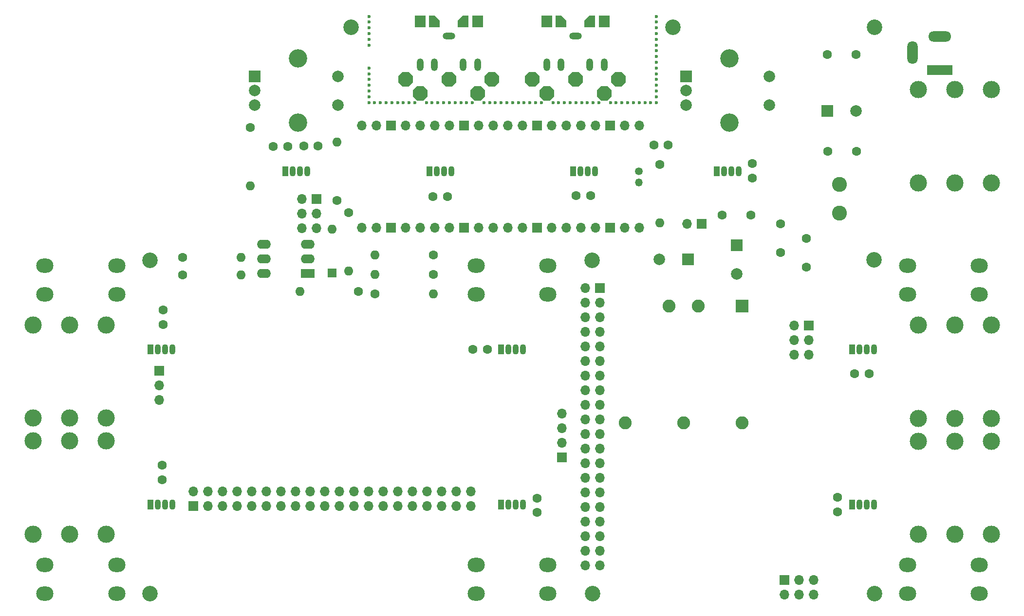
<source format=gbr>
%TF.GenerationSoftware,KiCad,Pcbnew,7.0.1.1-36-gbcf78dbe24-dirty-deb11*%
%TF.CreationDate,2023-04-04T15:18:31+00:00*%
%TF.ProjectId,pedalboard-hw,70656461-6c62-46f6-9172-642d68772e6b,1.0.2*%
%TF.SameCoordinates,Original*%
%TF.FileFunction,Soldermask,Bot*%
%TF.FilePolarity,Negative*%
%FSLAX46Y46*%
G04 Gerber Fmt 4.6, Leading zero omitted, Abs format (unit mm)*
G04 Created by KiCad (PCBNEW 7.0.1.1-36-gbcf78dbe24-dirty-deb11) date 2023-04-04 15:18:31*
%MOMM*%
%LPD*%
G01*
G04 APERTURE LIST*
G04 Aperture macros list*
%AMRoundRect*
0 Rectangle with rounded corners*
0 $1 Rounding radius*
0 $2 $3 $4 $5 $6 $7 $8 $9 X,Y pos of 4 corners*
0 Add a 4 corners polygon primitive as box body*
4,1,4,$2,$3,$4,$5,$6,$7,$8,$9,$2,$3,0*
0 Add four circle primitives for the rounded corners*
1,1,$1+$1,$2,$3*
1,1,$1+$1,$4,$5*
1,1,$1+$1,$6,$7*
1,1,$1+$1,$8,$9*
0 Add four rect primitives between the rounded corners*
20,1,$1+$1,$2,$3,$4,$5,0*
20,1,$1+$1,$4,$5,$6,$7,0*
20,1,$1+$1,$6,$7,$8,$9,0*
20,1,$1+$1,$8,$9,$2,$3,0*%
%AMFreePoly0*
4,1,17,0.553688,1.285921,1.285921,0.553688,1.300800,0.517767,1.300800,-0.517767,1.285921,-0.553688,0.553688,-1.285921,0.517767,-1.300800,-0.517767,-1.300800,-0.553688,-1.285921,-1.285921,-0.553688,-1.300800,-0.517767,-1.300800,0.517767,-1.285921,0.553688,-0.553688,1.285921,-0.517767,1.300800,0.517767,1.300800,0.553688,1.285921,0.553688,1.285921,$1*%
%AMFreePoly1*
4,1,14,0.935921,1.035921,0.950800,1.000000,0.950800,-0.100000,0.935921,-0.135921,0.035921,-1.035921,0.000000,-1.050800,-0.900000,-1.050800,-0.935921,-1.035921,-0.950800,-1.000000,-0.950800,1.000000,-0.935921,1.035921,-0.900000,1.050800,0.900000,1.050800,0.935921,1.035921,0.935921,1.035921,$1*%
%AMFreePoly2*
4,1,14,0.935921,1.035921,0.950800,1.000000,0.950800,-1.000000,0.935921,-1.035921,0.900000,-1.050800,0.000000,-1.050800,-0.035921,-1.035921,-0.935921,-0.135921,-0.950800,-0.100000,-0.950800,1.000000,-0.935921,1.035921,-0.900000,1.050800,0.900000,1.050800,0.935921,1.035921,0.935921,1.035921,$1*%
G04 Aperture macros list end*
%ADD10C,2.700000*%
%ADD11C,1.600000*%
%ADD12O,1.200000X2.200000*%
%ADD13O,2.200000X1.200000*%
%ADD14C,3.000000*%
%ADD15R,4.400000X1.800000*%
%ADD16O,4.000000X1.800000*%
%ADD17O,1.800000X4.000000*%
%ADD18O,1.600000X1.600000*%
%ADD19R,1.070000X1.800000*%
%ADD20O,1.070000X1.800000*%
%ADD21R,2.250000X2.250000*%
%ADD22C,2.250000*%
%ADD23R,1.700000X1.700000*%
%ADD24O,1.700000X1.700000*%
%ADD25C,0.600000*%
%ADD26O,3.000000X2.500000*%
%ADD27R,2.400000X1.600000*%
%ADD28O,2.400000X1.600000*%
%ADD29C,2.600000*%
%ADD30FreePoly0,180.000000*%
%ADD31FreePoly0,270.000000*%
%ADD32FreePoly1,180.000000*%
%ADD33RoundRect,0.050800X0.900000X1.000000X-0.900000X1.000000X-0.900000X-1.000000X0.900000X-1.000000X0*%
%ADD34FreePoly2,180.000000*%
%ADD35R,2.000000X2.000000*%
%ADD36C,2.000000*%
%ADD37C,3.200000*%
%ADD38R,1.600000X1.600000*%
%ADD39C,1.350000*%
%ADD40O,1.350000X1.350000*%
G04 APERTURE END LIST*
D10*
%TO.C,H1*%
X168020000Y-121500000D03*
%TD*%
D11*
%TO.C,C5*%
X146800000Y-46700000D03*
X146800000Y-49200000D03*
%TD*%
D12*
%TO.C,J16*%
X121000000Y-29500000D03*
X118500000Y-29500000D03*
D13*
X116000000Y-24500000D03*
D12*
X111000000Y-29500000D03*
X113500000Y-29500000D03*
%TD*%
D10*
%TO.C,H7*%
X133000000Y-23000000D03*
%TD*%
D14*
%TO.C,J12*%
X28050000Y-111200000D03*
X28050000Y-94970000D03*
X21700000Y-111200000D03*
X21700000Y-94970000D03*
X34400000Y-111200000D03*
X34400000Y-94970000D03*
%TD*%
D11*
%TO.C,C16*%
X159900000Y-44600000D03*
X164900000Y-44600000D03*
%TD*%
D15*
%TO.C,J13*%
X179400000Y-30400000D03*
D16*
X179400000Y-24600000D03*
D17*
X174600000Y-27400000D03*
%TD*%
D11*
%TO.C,L5*%
X130700000Y-46820000D03*
D18*
X130700000Y-56980000D03*
%TD*%
D19*
%TO.C,D3*%
X115600000Y-48000000D03*
D20*
X116870000Y-48000000D03*
X118140000Y-48000000D03*
X119410000Y-48000000D03*
%TD*%
D14*
%TO.C,J11*%
X28085000Y-91000000D03*
X28085000Y-74770000D03*
X21735000Y-91000000D03*
X21735000Y-74770000D03*
X34435000Y-91000000D03*
X34435000Y-74770000D03*
%TD*%
D21*
%TO.C,PS1*%
X144960000Y-71520000D03*
D22*
X137340000Y-71520000D03*
X132260000Y-71520000D03*
X124640000Y-91840000D03*
X134800000Y-91840000D03*
X144960000Y-91840000D03*
%TD*%
D14*
%TO.C,J10*%
X181950000Y-94995000D03*
X181950000Y-111225000D03*
X188300000Y-94995000D03*
X188300000Y-111225000D03*
X175600000Y-94995000D03*
X175600000Y-111225000D03*
%TD*%
D10*
%TO.C,H5*%
X42000000Y-63500000D03*
%TD*%
D19*
%TO.C,D4*%
X140600000Y-48000000D03*
D20*
X141870000Y-48000000D03*
X143140000Y-48000000D03*
X144410000Y-48000000D03*
%TD*%
D11*
%TO.C,C10*%
X109310000Y-104930000D03*
X109310000Y-107430000D03*
%TD*%
D19*
%TO.C,D7*%
X103100000Y-106000000D03*
D20*
X104370000Y-106000000D03*
X105640000Y-106000000D03*
X106910000Y-106000000D03*
%TD*%
D10*
%TO.C,H3*%
X118980000Y-121520000D03*
%TD*%
D23*
%TO.C,J7*%
X49590000Y-106320000D03*
D24*
X49590000Y-103780000D03*
X52130000Y-106320000D03*
X52130000Y-103780000D03*
X54670000Y-106320000D03*
X54670000Y-103780000D03*
X57210000Y-106320000D03*
X57210000Y-103780000D03*
X59750000Y-106320000D03*
X59750000Y-103780000D03*
X62290000Y-106320000D03*
X62290000Y-103780000D03*
X64830000Y-106320000D03*
X64830000Y-103780000D03*
X67370000Y-106320000D03*
X67370000Y-103780000D03*
X69910000Y-106320000D03*
X69910000Y-103780000D03*
X72450000Y-106320000D03*
X72450000Y-103780000D03*
X74990000Y-106320000D03*
X74990000Y-103780000D03*
X77530000Y-106320000D03*
X77530000Y-103780000D03*
X80070000Y-106320000D03*
X80070000Y-103780000D03*
X82610000Y-106320000D03*
X82610000Y-103780000D03*
X85150000Y-106320000D03*
X85150000Y-103780000D03*
X87690000Y-106320000D03*
X87690000Y-103780000D03*
X90230000Y-106320000D03*
X90230000Y-103780000D03*
X92770000Y-106320000D03*
X92770000Y-103780000D03*
X95310000Y-106320000D03*
X95310000Y-103780000D03*
X97850000Y-106320000D03*
X97850000Y-103780000D03*
%TD*%
D11*
%TO.C,C11*%
X161620000Y-107300000D03*
X161620000Y-104800000D03*
%TD*%
D25*
%TO.C,H10*%
X80100000Y-21075000D03*
X80100000Y-22075000D03*
X80100000Y-23075000D03*
X80100000Y-24075000D03*
X80100000Y-25075000D03*
X80100000Y-26075000D03*
X80100000Y-30075000D03*
X80100000Y-31075000D03*
X80100000Y-32075000D03*
X80100000Y-33075000D03*
X80100000Y-34075000D03*
X80100000Y-35075000D03*
X80100000Y-36075000D03*
X81100000Y-36075000D03*
X82100000Y-36075000D03*
X83100000Y-36075000D03*
X84100000Y-36075000D03*
X85100000Y-36075000D03*
X86100000Y-36075000D03*
X87100000Y-36075000D03*
X88100000Y-36075000D03*
X90100000Y-36075000D03*
X91100000Y-36075000D03*
X92100000Y-36075000D03*
X93100000Y-36075000D03*
X94100000Y-36075000D03*
X95100000Y-36075000D03*
X96100000Y-36075000D03*
X97100000Y-36075000D03*
X98100000Y-36075000D03*
X100100000Y-36075000D03*
X101100000Y-36075000D03*
X102100000Y-36075000D03*
X103100000Y-36075000D03*
X104100000Y-36075000D03*
X105100000Y-36075000D03*
X106100000Y-36075000D03*
X107100000Y-36075000D03*
X108100000Y-36075000D03*
X109100000Y-36075000D03*
X110100000Y-36075000D03*
X112100000Y-36075000D03*
X113100000Y-36075000D03*
X114100000Y-36075000D03*
X115100000Y-36075000D03*
X116100000Y-36075000D03*
X117100000Y-36075000D03*
X118100000Y-36075000D03*
X119100000Y-36075000D03*
X120100000Y-36075000D03*
X122100000Y-36075000D03*
X123100000Y-36075000D03*
X124100000Y-36075000D03*
X125100000Y-36075000D03*
X126100000Y-36075000D03*
X127100000Y-36075000D03*
X128100000Y-36075000D03*
X129100000Y-36075000D03*
X130100000Y-21075000D03*
X130100000Y-22075000D03*
X130100000Y-23075000D03*
X130100000Y-24075000D03*
X130100000Y-25075000D03*
X130100000Y-26075000D03*
X130100000Y-27075000D03*
X130100000Y-28075000D03*
X130100000Y-29075000D03*
X130100000Y-30075000D03*
X130100000Y-31075000D03*
X130100000Y-32075000D03*
X130100000Y-33075000D03*
X130100000Y-34075000D03*
X130100000Y-35075000D03*
X130100000Y-36075000D03*
%TD*%
D11*
%TO.C,C9*%
X44155000Y-101700000D03*
X44155000Y-99200000D03*
%TD*%
D26*
%TO.C,SW2*%
X98750000Y-64500000D03*
X111250000Y-64500000D03*
X98750000Y-69500000D03*
X111250000Y-69500000D03*
%TD*%
D19*
%TO.C,D9*%
X42100000Y-79000000D03*
D20*
X43370000Y-79000000D03*
X44640000Y-79000000D03*
X45910000Y-79000000D03*
%TD*%
D11*
%TO.C,R5*%
X74575000Y-53105000D03*
D18*
X74575000Y-42945000D03*
%TD*%
D27*
%TO.C,U2*%
X69475000Y-65800000D03*
D28*
X69475000Y-63260000D03*
X69475000Y-60720000D03*
X61855000Y-60720000D03*
X61855000Y-63260000D03*
X61855000Y-65800000D03*
%TD*%
D10*
%TO.C,H6*%
X77000000Y-23000000D03*
%TD*%
D29*
%TO.C,L6*%
X161900000Y-50300000D03*
X161900000Y-55300000D03*
%TD*%
D14*
%TO.C,J3*%
X181965000Y-33800000D03*
X181965000Y-50030000D03*
X188315000Y-33800000D03*
X188315000Y-50030000D03*
X175615000Y-33800000D03*
X175615000Y-50030000D03*
%TD*%
D11*
%TO.C,C1*%
X63475000Y-43700000D03*
X65975000Y-43700000D03*
%TD*%
D30*
%TO.C,J1*%
X108500000Y-32000000D03*
D31*
X116000000Y-32000000D03*
D30*
X123500000Y-32000000D03*
X111000000Y-34500000D03*
X121000000Y-34500000D03*
D32*
X118500000Y-22000000D03*
D33*
X121000000Y-22000000D03*
X111000000Y-22000000D03*
D34*
X113500000Y-22000000D03*
%TD*%
D19*
%TO.C,D2*%
X90600000Y-48000000D03*
D20*
X91870000Y-48000000D03*
X93140000Y-48000000D03*
X94410000Y-48000000D03*
%TD*%
D35*
%TO.C,SW7*%
X60250000Y-31500000D03*
D36*
X60250000Y-36500000D03*
X60250000Y-34000000D03*
D37*
X67750000Y-28400000D03*
X67750000Y-39600000D03*
D36*
X74750000Y-36500000D03*
X74750000Y-31500000D03*
%TD*%
D11*
%TO.C,C2*%
X68750000Y-43675000D03*
X71250000Y-43675000D03*
%TD*%
%TO.C,C8*%
X164570000Y-83300000D03*
X167070000Y-83300000D03*
%TD*%
D35*
%TO.C,C14*%
X144100000Y-60932323D03*
D36*
X144100000Y-65932323D03*
%TD*%
D11*
%TO.C,R1*%
X78280000Y-68980000D03*
D18*
X68120000Y-68980000D03*
%TD*%
D10*
%TO.C,H2*%
X167900000Y-63450000D03*
%TD*%
D35*
%TO.C,C15*%
X135600000Y-63400000D03*
D36*
X130600000Y-63400000D03*
%TD*%
D19*
%TO.C,D1*%
X65600000Y-48000000D03*
D20*
X66870000Y-48000000D03*
X68140000Y-48000000D03*
X69410000Y-48000000D03*
%TD*%
D11*
%TO.C,C3*%
X91250000Y-52400000D03*
X93750000Y-52400000D03*
%TD*%
D10*
%TO.C,H9*%
X42000000Y-121500000D03*
%TD*%
D14*
%TO.C,J9*%
X181950000Y-74780000D03*
X181950000Y-91010000D03*
X188300000Y-74780000D03*
X188300000Y-91010000D03*
X175600000Y-74780000D03*
X175600000Y-91010000D03*
%TD*%
D26*
%TO.C,SW1*%
X23750000Y-64500000D03*
X36250000Y-64500000D03*
X23750000Y-69500000D03*
X36250000Y-69500000D03*
%TD*%
D11*
%TO.C,C12*%
X129650000Y-43470000D03*
X132150000Y-43470000D03*
%TD*%
%TO.C,R3*%
X47695000Y-63050000D03*
D18*
X57855000Y-63050000D03*
%TD*%
D35*
%TO.C,C13*%
X159832323Y-37500000D03*
D36*
X164832323Y-37500000D03*
%TD*%
D19*
%TO.C,D5*%
X164100000Y-79000000D03*
D20*
X165370000Y-79000000D03*
X166640000Y-79000000D03*
X167910000Y-79000000D03*
%TD*%
D11*
%TO.C,R4*%
X81190000Y-69340000D03*
D18*
X91350000Y-69340000D03*
%TD*%
D19*
%TO.C,D10*%
X42100000Y-106000000D03*
D20*
X43370000Y-106000000D03*
X44640000Y-106000000D03*
X45910000Y-106000000D03*
%TD*%
D11*
%TO.C,L1*%
X76600000Y-55270000D03*
D18*
X76600000Y-65430000D03*
%TD*%
D11*
%TO.C,C18*%
X146500000Y-55700000D03*
X141500000Y-55700000D03*
%TD*%
D38*
%TO.C,D11*%
X73700000Y-65775000D03*
D18*
X73700000Y-58155000D03*
%TD*%
D11*
%TO.C,C4*%
X116150000Y-52300000D03*
X118650000Y-52300000D03*
%TD*%
%TO.C,L2*%
X91280000Y-62575000D03*
D18*
X81120000Y-62575000D03*
%TD*%
D11*
%TO.C,F1*%
X164800000Y-27700000D03*
X159800000Y-27700000D03*
%TD*%
D10*
%TO.C,H4*%
X118900000Y-63565600D03*
%TD*%
D11*
%TO.C,C17*%
X151700000Y-57200000D03*
X151700000Y-62200000D03*
%TD*%
D19*
%TO.C,D6*%
X164100000Y-106000000D03*
D20*
X165370000Y-106000000D03*
X166640000Y-106000000D03*
X167910000Y-106000000D03*
%TD*%
D26*
%TO.C,SW6*%
X173750000Y-116500000D03*
X186250000Y-116500000D03*
X173750000Y-121500000D03*
X186250000Y-121500000D03*
%TD*%
%TO.C,SW3*%
X173750000Y-64500000D03*
X186250000Y-64500000D03*
X173750000Y-69500000D03*
X186250000Y-69500000D03*
%TD*%
D11*
%TO.C,C7*%
X100670000Y-79050000D03*
X98170000Y-79050000D03*
%TD*%
D26*
%TO.C,SW4*%
X23750000Y-116500000D03*
X36250000Y-116500000D03*
X23750000Y-121500000D03*
X36250000Y-121500000D03*
%TD*%
D10*
%TO.C,H8*%
X168000000Y-23000000D03*
%TD*%
D11*
%TO.C,L4*%
X91350000Y-65980000D03*
D18*
X81190000Y-65980000D03*
%TD*%
D35*
%TO.C,SW8*%
X135250000Y-31500000D03*
D36*
X135250000Y-36500000D03*
X135250000Y-34000000D03*
D37*
X142750000Y-28400000D03*
X142750000Y-39600000D03*
D36*
X149750000Y-36500000D03*
X149750000Y-31500000D03*
%TD*%
D11*
%TO.C,R2*%
X47695000Y-66050000D03*
D18*
X57855000Y-66050000D03*
%TD*%
D26*
%TO.C,SW5*%
X98750000Y-116500000D03*
X111250000Y-116500000D03*
X98750000Y-121500000D03*
X111250000Y-121500000D03*
%TD*%
D11*
%TO.C,C19*%
X156200000Y-64700000D03*
X156200000Y-59700000D03*
%TD*%
D30*
%TO.C,J2*%
X86505500Y-32000000D03*
D31*
X94005500Y-32000000D03*
D30*
X101505500Y-32000000D03*
X89005500Y-34500000D03*
X99005500Y-34500000D03*
D32*
X96505500Y-22000000D03*
D33*
X99005500Y-22000000D03*
X89005500Y-22000000D03*
D34*
X91505500Y-22000000D03*
%TD*%
D11*
%TO.C,C6*%
X44355000Y-72200000D03*
X44355000Y-74700000D03*
%TD*%
D19*
%TO.C,D8*%
X103100000Y-79000000D03*
D20*
X104370000Y-79000000D03*
X105640000Y-79000000D03*
X106910000Y-79000000D03*
%TD*%
D11*
%TO.C,L3*%
X59500000Y-40445000D03*
D18*
X59500000Y-50605000D03*
%TD*%
D12*
%TO.C,J17*%
X99000000Y-29500000D03*
X96500000Y-29500000D03*
D13*
X94000000Y-24500000D03*
D12*
X89000000Y-29500000D03*
X91500000Y-29500000D03*
%TD*%
D23*
%TO.C,J6*%
X113625000Y-97780000D03*
D24*
X113625000Y-95240000D03*
X113625000Y-92700000D03*
X113625000Y-90160000D03*
%TD*%
D23*
%TO.C,J14*%
X138000000Y-57175000D03*
D24*
X135460000Y-57175000D03*
%TD*%
D39*
%TO.C,J5*%
X127000000Y-48000000D03*
D40*
X127000000Y-50000000D03*
%TD*%
D24*
%TO.C,U1*%
X127130000Y-57890000D03*
X124590000Y-57890000D03*
D23*
X122050000Y-57890000D03*
D24*
X119510000Y-57890000D03*
X116970000Y-57890000D03*
X114430000Y-57890000D03*
X111890000Y-57890000D03*
D23*
X109350000Y-57890000D03*
D24*
X106810000Y-57890000D03*
X104270000Y-57890000D03*
X101730000Y-57890000D03*
X99190000Y-57890000D03*
D23*
X96650000Y-57890000D03*
D24*
X94110000Y-57890000D03*
X91570000Y-57890000D03*
X89030000Y-57890000D03*
X86490000Y-57890000D03*
D23*
X83950000Y-57890000D03*
D24*
X81410000Y-57890000D03*
X78870000Y-57890000D03*
X78870000Y-40110000D03*
X81410000Y-40110000D03*
D23*
X83950000Y-40110000D03*
D24*
X86490000Y-40110000D03*
X89030000Y-40110000D03*
X91570000Y-40110000D03*
X94110000Y-40110000D03*
D23*
X96650000Y-40110000D03*
D24*
X99190000Y-40110000D03*
X101730000Y-40110000D03*
X104270000Y-40110000D03*
X106810000Y-40110000D03*
D23*
X109350000Y-40110000D03*
D24*
X111890000Y-40110000D03*
X114430000Y-40110000D03*
X116970000Y-40110000D03*
X119510000Y-40110000D03*
D23*
X122050000Y-40110000D03*
D24*
X124590000Y-40110000D03*
X127130000Y-40110000D03*
%TD*%
D23*
%TO.C,J4*%
X43615000Y-82790000D03*
D24*
X43615000Y-85330000D03*
X43615000Y-87870000D03*
%TD*%
D23*
%TO.C,J8*%
X120250000Y-68375600D03*
D24*
X117710000Y-68375600D03*
X120250000Y-70915600D03*
X117710000Y-70915600D03*
X120250000Y-73455600D03*
X117710000Y-73455600D03*
X120250000Y-75995600D03*
X117710000Y-75995600D03*
X120250000Y-78535600D03*
X117710000Y-78535600D03*
X120250000Y-81075600D03*
X117710000Y-81075600D03*
X120250000Y-83615600D03*
X117710000Y-83615600D03*
X120250000Y-86155600D03*
X117710000Y-86155600D03*
X120250000Y-88695600D03*
X117710000Y-88695600D03*
X120250000Y-91235600D03*
X117710000Y-91235600D03*
X120250000Y-93775600D03*
X117710000Y-93775600D03*
X120250000Y-96315600D03*
X117710000Y-96315600D03*
X120250000Y-98855600D03*
X117710000Y-98855600D03*
X120250000Y-101395600D03*
X117710000Y-101395600D03*
X120250000Y-103935600D03*
X117710000Y-103935600D03*
X120250000Y-106475600D03*
X117710000Y-106475600D03*
X120250000Y-109015600D03*
X117710000Y-109015600D03*
X120250000Y-111555600D03*
X117710000Y-111555600D03*
X120250000Y-114095600D03*
X117710000Y-114095600D03*
X120250000Y-116635600D03*
X117710000Y-116635600D03*
D23*
X156555000Y-74845600D03*
D24*
X154015000Y-74845600D03*
X156555000Y-77385600D03*
X154015000Y-77385600D03*
X156555000Y-79925600D03*
X154015000Y-79925600D03*
D23*
X152380000Y-119150600D03*
D24*
X152380000Y-121690600D03*
X154920000Y-119150600D03*
X154920000Y-121690600D03*
X157460000Y-119150600D03*
X157460000Y-121690600D03*
%TD*%
D23*
%TO.C,J15*%
X71000000Y-52850000D03*
D24*
X68460000Y-52850000D03*
X71000000Y-55390000D03*
X68460000Y-55390000D03*
X71000000Y-57930000D03*
X68460000Y-57930000D03*
%TD*%
M02*

</source>
